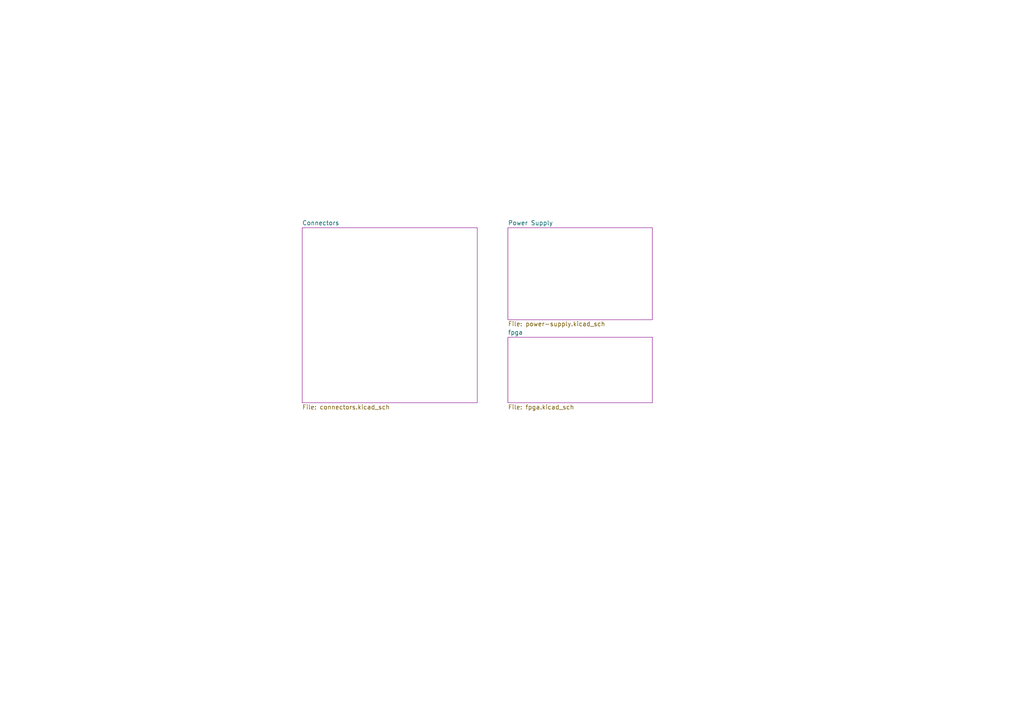
<source format=kicad_sch>
(kicad_sch (version 20201015) (generator eeschema)
  (page 1 4)
  (paper "A4")
  (title_block (title "Resonance") (date "2020-12-02") (rev "r1.0") (company "GsD : @gregdavill") (comment 1 "Digital video output addon from the card10"))
  (lib_symbols)
  (sheet (at 87.63 66.04) (size 50.8 50.8) (stroke (width 0.001) (color 132 0 132 1)) (fill (color 255 255 255 0.0000))
    (property "Sheet name" "Connectors" (at 87.63 65.4041 0) (effects (justify left bottom)))
    (property "Sheet file" "connectors.kicad_sch" (at 87.63 117.3489 0) (effects (justify left top)))
  )
  (sheet (at 147.32 66.04) (size 41.91 26.67) (stroke (width 0.001) (color 132 0 132 1)) (fill (color 255 255 255 0.0000))
    (property "Sheet name" "Power Supply" (at 147.32 65.4041 0) (effects (justify left bottom)))
    (property "Sheet file" "power-supply.kicad_sch" (at 147.32 93.2189 0) (effects (justify left top)))
  )
  (sheet (at 147.32 97.79) (size 41.91 19.05) (stroke (width 0.001) (color 132 0 132 1)) (fill (color 255 255 255 0.0000))
    (property "Sheet name" "fpga" (at 147.32 97.1541 0) (effects (justify left bottom)))
    (property "Sheet file" "fpga.kicad_sch" (at 147.32 117.3489 0) (effects (justify left top)))
  )
)
</source>
